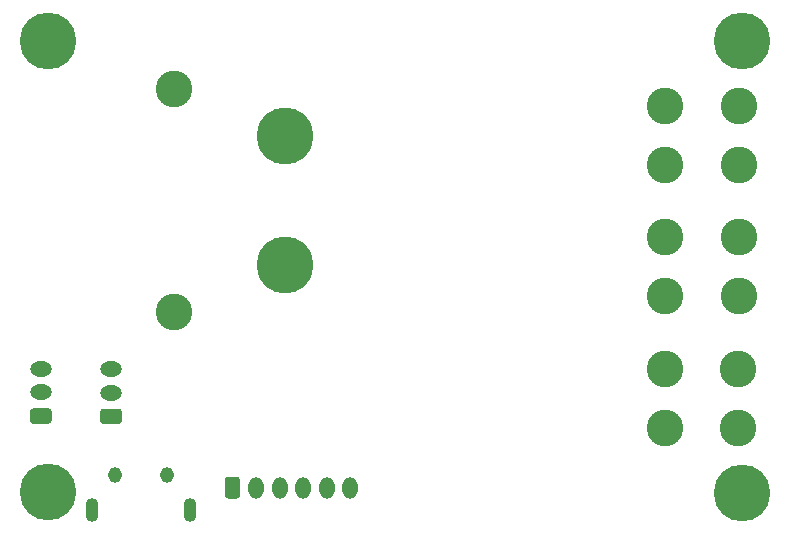
<source format=gbr>
G04 #@! TF.GenerationSoftware,KiCad,Pcbnew,5.1.6-c6e7f7d~87~ubuntu19.10.1*
G04 #@! TF.CreationDate,2021-03-17T15:36:07-04:00*
G04 #@! TF.ProjectId,icarus,69636172-7573-42e6-9b69-6361645f7063,V1.0*
G04 #@! TF.SameCoordinates,Original*
G04 #@! TF.FileFunction,Soldermask,Bot*
G04 #@! TF.FilePolarity,Negative*
%FSLAX46Y46*%
G04 Gerber Fmt 4.6, Leading zero omitted, Abs format (unit mm)*
G04 Created by KiCad (PCBNEW 5.1.6-c6e7f7d~87~ubuntu19.10.1) date 2021-03-17 15:36:07*
%MOMM*%
%LPD*%
G01*
G04 APERTURE LIST*
%ADD10O,1.300000X1.850000*%
%ADD11C,4.817600*%
%ADD12C,3.101600*%
%ADD13O,1.150000X1.350000*%
%ADD14O,1.100000X2.000000*%
%ADD15C,4.800000*%
%ADD16O,1.850000X1.300000*%
G04 APERTURE END LIST*
G04 #@! TO.C,J3*
G36*
G01*
X130650000Y-121654168D02*
X130650000Y-120345832D01*
G75*
G02*
X130920832Y-120075000I270832J0D01*
G01*
X131679168Y-120075000D01*
G75*
G02*
X131950000Y-120345832I0J-270832D01*
G01*
X131950000Y-121654168D01*
G75*
G02*
X131679168Y-121925000I-270832J0D01*
G01*
X130920832Y-121925000D01*
G75*
G02*
X130650000Y-121654168I0J270832D01*
G01*
G37*
D10*
X133300000Y-121000000D03*
X135300000Y-121000000D03*
X137300000Y-121000000D03*
X139300000Y-121000000D03*
X141300000Y-121000000D03*
G04 #@! TD*
D11*
G04 #@! TO.C,U4*
X135800000Y-91210000D03*
X135800000Y-102110000D03*
D12*
X126400000Y-106110000D03*
X126400000Y-87210000D03*
G04 #@! TD*
D13*
G04 #@! TO.C,J4*
X121355000Y-119930000D03*
X125805000Y-119930000D03*
D14*
X119405000Y-122930000D03*
X127755000Y-122930000D03*
G04 #@! TD*
D15*
G04 #@! TO.C,H1*
X115720000Y-121410000D03*
G04 #@! TD*
G04 #@! TO.C,H2*
X174465000Y-83160000D03*
G04 #@! TD*
G04 #@! TO.C,H3*
X174465000Y-121420000D03*
G04 #@! TD*
G04 #@! TO.C,H4*
X115720000Y-83160000D03*
G04 #@! TD*
D12*
G04 #@! TO.C,U6*
X174175000Y-104800000D03*
X174175000Y-99800000D03*
G04 #@! TD*
G04 #@! TO.C,U7*
X174125000Y-110950000D03*
X174125000Y-115950000D03*
G04 #@! TD*
G04 #@! TO.C,U9*
X167950000Y-115925000D03*
X167950000Y-110925000D03*
G04 #@! TD*
G04 #@! TO.C,U10*
X174175000Y-88680000D03*
X174175000Y-93680000D03*
G04 #@! TD*
G04 #@! TO.C,U11*
X167950000Y-104775000D03*
X167950000Y-99775000D03*
G04 #@! TD*
G04 #@! TO.C,U12*
X167950000Y-88655000D03*
X167950000Y-93655000D03*
G04 #@! TD*
G04 #@! TO.C,J1*
G36*
G01*
X121684168Y-115600000D02*
X120375832Y-115600000D01*
G75*
G02*
X120105000Y-115329168I0J270832D01*
G01*
X120105000Y-114570832D01*
G75*
G02*
X120375832Y-114300000I270832J0D01*
G01*
X121684168Y-114300000D01*
G75*
G02*
X121955000Y-114570832I0J-270832D01*
G01*
X121955000Y-115329168D01*
G75*
G02*
X121684168Y-115600000I-270832J0D01*
G01*
G37*
D16*
X121030000Y-112950000D03*
X121030000Y-110950000D03*
G04 #@! TD*
G04 #@! TO.C,J2*
X115070000Y-110940000D03*
X115070000Y-112940000D03*
G36*
G01*
X115724168Y-115590000D02*
X114415832Y-115590000D01*
G75*
G02*
X114145000Y-115319168I0J270832D01*
G01*
X114145000Y-114560832D01*
G75*
G02*
X114415832Y-114290000I270832J0D01*
G01*
X115724168Y-114290000D01*
G75*
G02*
X115995000Y-114560832I0J-270832D01*
G01*
X115995000Y-115319168D01*
G75*
G02*
X115724168Y-115590000I-270832J0D01*
G01*
G37*
G04 #@! TD*
M02*

</source>
